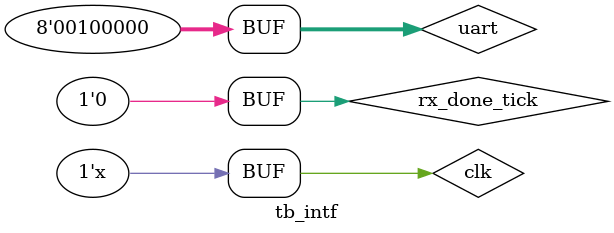
<source format=v>
`timescale 10ns / 1ps


module tb_intf
#(
    parameter periodo = 20,
    parameter tick_time = 163,
    parameter ticks = 16,
    parameter test_time = periodo * tick_time * ticks,
    parameter bits = 10,
    parameter N_BITS = 8,
    parameter N_OPS = 6
 );
 
     wire [N_BITS - 1 : 0] Data_A;
     wire [N_BITS - 1 : 0] Data_B;
     wire [N_OPS - 1 : 0] Op;
     wire [N_BITS - 1 : 0] result;
     wire tx_start;
     reg clk;
     reg  [N_BITS - 1 : 0] uart;
     wire [N_BITS - 1 : 0] ALU;
     reg rx_done_tick;
     
    
    
    initial begin
        clk = 0;
        rx_done_tick = 0;
       
       #(test_time/bits);
       uart = 15;
       rx_done_tick = 1;
       #2;
       rx_done_tick = 0;
       #(test_time/bits);
       uart = 20;
       rx_done_tick = 1;
       #2;
       rx_done_tick = 0;
       #(test_time/bits);
       uart = 8'b00100000;
       rx_done_tick = 1;
       #2;
       rx_done_tick = 0;
        
    end
    
    always #1 clk = ~clk;
    
    Intf instance_Intf(
    .Data_A (Data_A), 
    .Data_B (Data_B), 
    .Op(Op),
    .result (result),
    .tx_start (tx_start),
    .clk (clk),
    .uart (uart),
    .ALU (ALU),
    .rx_done_tick (rx_done_tick)
    );
    
    ALU instance_ALU(
    .LEDS(ALU), 
    .Data_A (Data_A), 
    .Data_B (Data_B), 
    .Op(Op)
    );
    
    
endmodule
</source>
